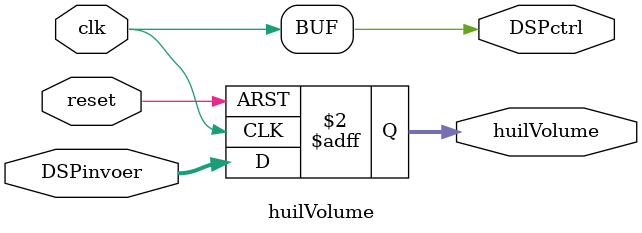
<source format=v>
module huilVolume(
	input clk,
	input reset,
	input [7:0] DSPinvoer,
	output DSPctrl,
	output reg [7:0] huilVolume);
	
	assign DSPctrl = clk;
	
	
	always @ (posedge clk or posedge reset) begin
		if (reset)
			huilVolume = 0;
		else
			huilVolume = DSPinvoer;
	end
	
endmodule

</source>
